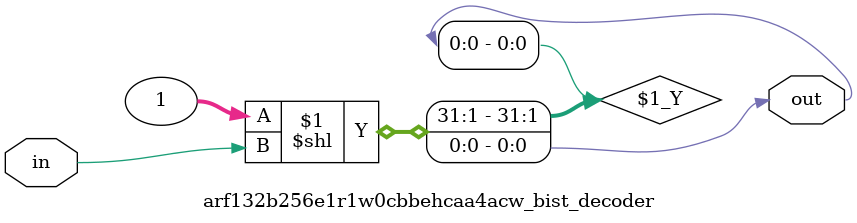
<source format=sv>

`ifndef ARF132B256E1R1W0CBBEHCAA4ACW_BIST_DECODER_SV
`define ARF132B256E1R1W0CBBEHCAA4ACW_BIST_DECODER_SV

module arf132b256e1r1w0cbbehcaa4acw_bist_decoder # (
  parameter IN_WIDTH  = 1,
  parameter OUT_WIDTH = 1
)
(
  input  logic [IN_WIDTH-1:0]  in,
  output logic [OUT_WIDTH-1:0] out
);
  
  assign out = 'b1 << in;

endmodule // arf132b256e1r1w0cbbehcaa4acw_bist_decoder

`endif // ARF132B256E1R1W0CBBEHCAA4ACW_BIST_DECODER_SV
</source>
